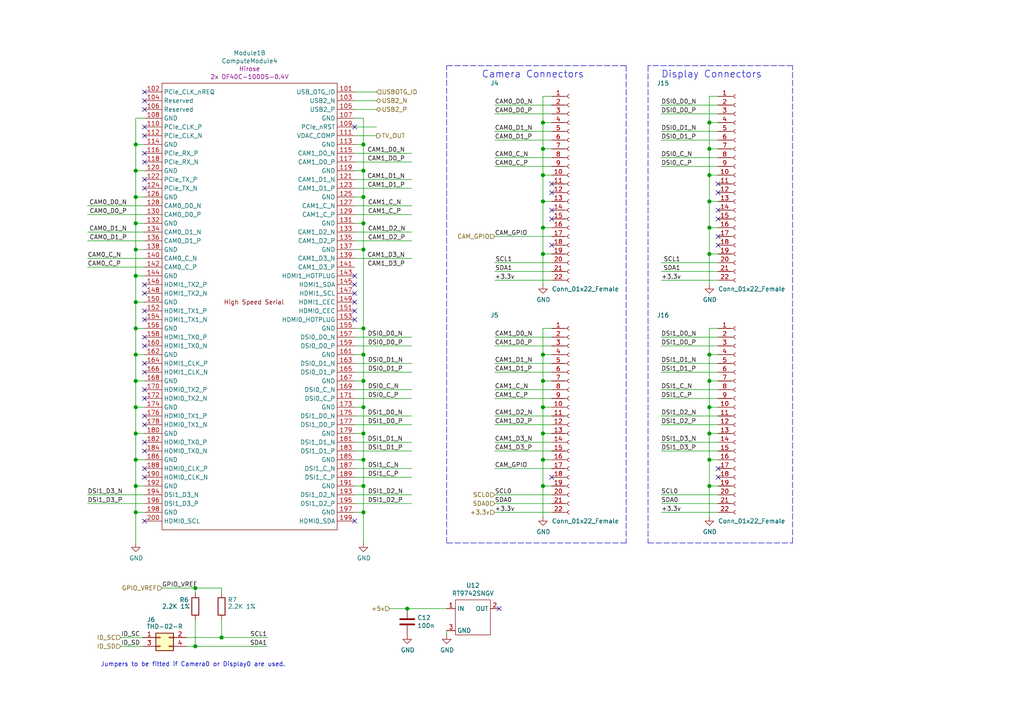
<source format=kicad_sch>
(kicad_sch (version 20231120) (generator "eeschema") (generator_version "8.0")
  (paper "A4")
  (title_block (title "Compute Module 4 IO Board - CM4 - Highspeed") (rev "1") (company "© 2020-2022 Raspberry Pi Ltd (formerly Raspberry Pi (Trading) Ltd.)") (comment 1 "www.raspberrypi.com"))
  (lib_symbols
    (symbol "CM4IO:ComputeModule4-CM4"
      (property "Reference" "Module" (at 113.03 -68.58 0))
      (property "Value" "ComputeModule4-CM4" (at 140.97 2.54 0))
      (property "Field4" "Hirose" (at 0 0 0))
      (property "Field5" "2x DF40C-100DS-0.4V" (at 0 -2.54 0))
      (symbol "ComputeModule4-CM4_1_0"
        (text "GPIO" (at 0 6.35 0) (effects (font (size 1.27 1.27))))
      )
      (symbol "ComputeModule4-CM4_1_1"
        (rectangle (start -30.48 -71.12) (end 25.4 58.42))
        (text "600mA Max" (at -8.89 -53.34 0) (effects (font (size 1.27 1.27))))
        (text "600mA Max" (at -8.89 -48.26 0) (effects (font (size 1.27 1.27))))
        (text "NB SD signals are only available" (at -1.27 -27.94 0) (effects (font (size 1.27 1.27))))
        (text "on modules without eMMC" (at -1.27 -30.48 0) (effects (font (size 1.27 1.27))))
        (pin power_in line (at 27.94 55.88 180) (length 2.54) (name "GND") (number "1"))
        (pin passive line (at -33.02 45.72 0) (length 2.54) (name "Ethernet_Pair0_N") (number "10"))
        (pin output line (at -33.02 -68.58 0) (length 2.54) (name "nEXTRST") (number "100"))
        (pin passive line (at 27.94 43.18 180) (length 2.54) (name "Ethernet_Pair2_P") (number "11"))
        (pin passive line (at -33.02 43.18 0) (length 2.54) (name "Ethernet_Pair0_P") (number "12"))
        (pin power_in line (at 27.94 40.64 180) (length 2.54) (name "GND") (number "13"))
        (pin power_in line (at -33.02 40.64 0) (length 2.54) (name "GND") (number "14"))
        (pin output line (at 27.94 38.1 180) (length 2.54) (name "Ethernet_nLED3(3.3v)") (number "15"))
        (pin input line (at -33.02 38.1 0) (length 2.54) (name "Ethernet_SYNC_IN(1.8v)") (number "16"))
        (pin output line (at 27.94 35.56 180) (length 2.54) (name "Ethernet_nLED2(3.3v)") (number "17"))
        (pin input line (at -33.02 35.56 0) (length 2.54) (name "Ethernet_SYNC_OUT(1.8v)") (number "18"))
        (pin output line (at 27.94 33.02 180) (length 2.54) (name "Ethernet_nLED1(3.3v)") (number "19"))
        (pin power_in line (at -33.02 55.88 0) (length 2.54) (name "GND") (number "2"))
        (pin passive line (at -33.02 33.02 0) (length 2.54) (name "EEPROM_nWP") (number "20"))
        (pin open_collector line (at 27.94 30.48 180) (length 2.54) (name "PI_nLED_Activity") (number "21"))
        (pin power_in line (at -33.02 30.48 0) (length 2.54) (name "GND") (number "22"))
        (pin power_in line (at 27.94 27.94 180) (length 2.54) (name "GND") (number "23"))
        (pin passive line (at -33.02 27.94 0) (length 2.54) (name "GPIO26") (number "24"))
        (pin passive line (at 27.94 25.4 180) (length 2.54) (name "GPIO21") (number "25"))
        (pin passive line (at -33.02 25.4 0) (length 2.54) (name "GPIO19") (number "26"))
        (pin passive line (at 27.94 22.86 180) (length 2.54) (name "GPIO20") (number "27"))
        (pin passive line (at -33.02 22.86 0) (length 2.54) (name "GPIO13") (number "28"))
        (pin passive line (at 27.94 20.32 180) (length 2.54) (name "GPIO16") (number "29"))
        (pin passive line (at 27.94 53.34 180) (length 2.54) (name "Ethernet_Pair3_P") (number "3"))
        (pin passive line (at -33.02 20.32 0) (length 2.54) (name "GPIO6") (number "30"))
        (pin passive line (at 27.94 17.78 180) (length 2.54) (name "GPIO12") (number "31"))
        (pin power_in line (at -33.02 17.78 0) (length 2.54) (name "GND") (number "32"))
        (pin power_in line (at 27.94 15.24 180) (length 2.54) (name "GND") (number "33"))
        (pin passive line (at -33.02 15.24 0) (length 2.54) (name "GPIO5") (number "34"))
        (pin passive line (at 27.94 12.7 180) (length 2.54) (name "ID_SC") (number "35"))
        (pin passive line (at -33.02 12.7 0) (length 2.54) (name "ID_SD") (number "36"))
        (pin passive line (at 27.94 10.16 180) (length 2.54) (name "GPIO7") (number "37"))
        (pin passive line (at -33.02 10.16 0) (length 2.54) (name "GPIO11") (number "38"))
        (pin passive line (at 27.94 7.62 180) (length 2.54) (name "GPIO8") (number "39"))
        (pin passive line (at -33.02 53.34 0) (length 2.54) (name "Ethernet_Pair1_P") (number "4"))
        (pin passive line (at -33.02 7.62 0) (length 2.54) (name "GPIO9") (number "40"))
        (pin passive line (at 27.94 5.08 180) (length 2.54) (name "GPIO25") (number "41"))
        (pin power_in line (at -33.02 5.08 0) (length 2.54) (name "GND") (number "42"))
        (pin power_in line (at 27.94 2.54 180) (length 2.54) (name "GND") (number "43"))
        (pin passive line (at -33.02 2.54 0) (length 2.54) (name "GPIO10") (number "44"))
        (pin passive line (at 27.94 0 180) (length 2.54) (name "GPIO24") (number "45"))
        (pin passive line (at -33.02 0 0) (length 2.54) (name "GPIO22") (number "46"))
        (pin passive line (at 27.94 -2.54 180) (length 2.54) (name "GPIO23") (number "47"))
        (pin passive line (at -33.02 -2.54 0) (length 2.54) (name "GPIO27") (number "48"))
        (pin passive line (at 27.94 -5.08 180) (length 2.54) (name "GPIO18") (number "49"))
        (pin passive line (at 27.94 50.8 180) (length 2.54) (name "Ethernet_Pair3_N") (number "5"))
        (pin passive line (at -33.02 -5.08 0) (length 2.54) (name "GPIO17") (number "50"))
        (pin passive line (at 27.94 -7.62 180) (length 2.54) (name "GPIO15") (number "51"))
        (pin power_in line (at -33.02 -7.62 0) (length 2.54) (name "GND") (number "52"))
        (pin power_in line (at 27.94 -10.16 180) (length 2.54) (name "GND") (number "53"))
        (pin passive line (at -33.02 -10.16 0) (length 2.54) (name "GPIO4") (number "54"))
        (pin passive line (at 27.94 -12.7 180) (length 2.54) (name "GPIO14") (number "55"))
        (pin passive line (at -33.02 -12.7 0) (length 2.54) (name "GPIO3") (number "56"))
        (pin passive line (at 27.94 -15.24 180) (length 2.54) (name "SD_CLK") (number "57"))
        (pin passive line (at -33.02 -15.24 0) (length 2.54) (name "GPIO2") (number "58"))
        (pin power_in line (at 27.94 -17.78 180) (length 2.54) (name "GND") (number "59"))
        (pin passive line (at -33.02 50.8 0) (length 2.54) (name "Ethernet_Pair1_N") (number "6"))
        (pin power_in line (at -33.02 -17.78 0) (length 2.54) (name "GND") (number "60"))
        (pin passive line (at 27.94 -20.32 180) (length 2.54) (name "SD_DAT3") (number "61"))
        (pin passive line (at -33.02 -20.32 0) (length 2.54) (name "SD_CMD") (number "62"))
        (pin passive line (at 27.94 -22.86 180) (length 2.54) (name "SD_DAT0") (number "63"))
        (pin passive line (at -33.02 -22.86 0) (length 2.54) (name "SD_DAT5") (number "64"))
        (pin power_in line (at 27.94 -25.4 180) (length 2.54) (name "GND") (number "65"))
        (pin power_in line (at -33.02 -25.4 0) (length 2.54) (name "GND") (number "66"))
        (pin passive line (at 27.94 -27.94 180) (length 2.54) (name "SD_DAT1") (number "67"))
        (pin passive line (at -33.02 -27.94 0) (length 2.54) (name "SD_DAT4") (number "68"))
        (pin passive line (at 27.94 -30.48 180) (length 2.54) (name "SD_DAT2") (number "69"))
        (pin power_in line (at 27.94 48.26 180) (length 2.54) (name "GND") (number "7"))
        (pin passive line (at -33.02 -30.48 0) (length 2.54) (name "SD_DAT7") (number "70"))
        (pin power_in line (at 27.94 -33.02 180) (length 2.54) (name "GND") (number "71"))
        (pin passive line (at -33.02 -33.02 0) (length 2.54) (name "SD_DAT6") (number "72"))
        (pin input line (at 27.94 -35.56 180) (length 2.54) (name "SD_VDD_Override") (number "73"))
        (pin power_in line (at -33.02 -35.56 0) (length 2.54) (name "GND") (number "74"))
        (pin output line (at 27.94 -38.1 180) (length 2.54) (name "SD_PWR_ON") (number "75"))
        (pin passive line (at -33.02 -38.1 0) (length 2.54) (name "Reserved") (number "76"))
        (pin power_in line (at 27.94 -40.64 180) (length 2.54) (name "+5v_(Input)") (number "77"))
        (pin power_in line (at -33.02 -40.64 0) (length 2.54) (name "GPIO_VREF(1.8v/3.3v_Input)") (number "78"))
        (pin power_in line (at 27.94 -43.18 180) (length 2.54) (name "+5v_(Input)") (number "79"))
        (pin power_in line (at -33.02 48.26 0) (length 2.54) (name "GND") (number "8"))
        (pin passive line (at -33.02 -43.18 0) (length 2.54) (name "SCL0") (number "80"))
        (pin power_in line (at 27.94 -45.72 180) (length 2.54) (name "+5v_(Input)") (number "81"))
        (pin passive line (at -33.02 -45.72 0) (length 2.54) (name "SDA0") (number "82"))
        (pin power_in line (at 27.94 -48.26 180) (length 2.54) (name "+5v_(Input)") (number "83"))
        (pin power_out line (at -33.02 -48.26 0) (length 2.54) (name "+3.3v_(Output)") (number "84"))
        (pin power_in line (at 27.94 -50.8 180) (length 2.54) (name "+5v_(Input)") (number "85"))
        (pin power_out line (at -33.02 -50.8 0) (length 2.54) (name "+3.3v_(Output)") (number "86"))
        (pin power_in line (at 27.94 -53.34 180) (length 2.54) (name "+5v_(Input)") (number "87"))
        (pin power_out line (at -33.02 -53.34 0) (length 2.54) (name "+1.8v_(Output)") (number "88"))
        (pin power_in line (at 27.94 -55.88 180) (length 2.54) (name "WiFi_nDisable") (number "89"))
        (pin passive line (at 27.94 45.72 180) (length 2.54) (name "Ethernet_Pair2_N") (number "9"))
        (pin power_out line (at -33.02 -55.88 0) (length 2.54) (name "+1.8v_(Output)") (number "90"))
        (pin power_in line (at 27.94 -58.42 180) (length 2.54) (name "BT_nDisable") (number "91"))
        (pin passive line (at -33.02 -58.42 0) (length 2.54) (name "RUN_PG") (number "92"))
        (pin input line (at 27.94 -60.96 180) (length 2.54) (name "nRPIBOOT") (number "93"))
        (pin passive line (at -33.02 -60.96 0) (length 2.54) (name "AnalogIP1") (number "94"))
        (pin output line (at 27.94 -63.5 180) (length 2.54) (name "nPI_LED_PWR") (number "95"))
        (pin passive line (at -33.02 -63.5 0) (length 2.54) (name "AnalogIP0") (number "96"))
        (pin passive line (at 27.94 -66.04 180) (length 2.54) (name "Camera_GPIO") (number "97"))
        (pin power_in line (at -33.02 -66.04 0) (length 2.54) (name "GND") (number "98"))
        (pin input line (at 27.94 -68.58 180) (length 2.54) (name "Global_EN") (number "99"))
      )
      (symbol "ComputeModule4-CM4_2_1"
        (rectangle (start 114.3 -66.04) (end 165.1 63.5))
        (text "High Speed Serial" (at 140.97 0 0) (effects (font (size 1.27 1.27))))
        (pin input line (at 170.18 60.96 180) (length 5.08) (name "USB_OTG_ID") (number "101"))
        (pin input line (at 109.22 60.96 0) (length 5.08) (name "PCIe_CLK_nREQ") (number "102"))
        (pin passive line (at 170.18 58.42 180) (length 5.08) (name "USB2_N") (number "103"))
        (pin passive line (at 109.22 58.42 0) (length 5.08) (name "Reserved") (number "104"))
        (pin passive line (at 170.18 55.88 180) (length 5.08) (name "USB2_P") (number "105"))
        (pin passive line (at 109.22 55.88 0) (length 5.08) (name "Reserved") (number "106"))
        (pin power_in line (at 170.18 53.34 180) (length 5.08) (name "GND") (number "107"))
        (pin power_in line (at 109.22 53.34 0) (length 5.08) (name "GND") (number "108"))
        (pin bidirectional line (at 170.18 50.8 180) (length 5.08) (name "PCIe_nRST") (number "109"))
        (pin output line (at 109.22 50.8 0) (length 5.08) (name "PCIe_CLK_P") (number "110"))
        (pin passive line (at 170.18 48.26 180) (length 5.08) (name "VDAC_COMP") (number "111"))
        (pin output line (at 109.22 48.26 0) (length 5.08) (name "PCIe_CLK_N") (number "112"))
        (pin power_in line (at 170.18 45.72 180) (length 5.08) (name "GND") (number "113"))
        (pin power_in line (at 109.22 45.72 0) (length 5.08) (name "GND") (number "114"))
        (pin input line (at 170.18 43.18 180) (length 5.08) (name "CAM1_D0_N") (number "115"))
        (pin input line (at 109.22 43.18 0) (length 5.08) (name "PCIe_RX_P") (number "116"))
        (pin input line (at 170.18 40.64 180) (length 5.08) (name "CAM1_D0_P") (number "117"))
        (pin input line (at 109.22 40.64 0) (length 5.08) (name "PCIe_RX_N") (number "118"))
        (pin power_in line (at 170.18 38.1 180) (length 5.08) (name "GND") (number "119"))
        (pin power_in line (at 109.22 38.1 0) (length 5.08) (name "GND") (number "120"))
        (pin input line (at 170.18 35.56 180) (length 5.08) (name "CAM1_D1_N") (number "121"))
        (pin output line (at 109.22 35.56 0) (length 5.08) (name "PCIe_TX_P") (number "122"))
        (pin input line (at 170.18 33.02 180) (length 5.08) (name "CAM1_D1_P") (number "123"))
        (pin output line (at 109.22 33.02 0) (length 5.08) (name "PCIe_TX_N") (number "124"))
        (pin power_in line (at 170.18 30.48 180) (length 5.08) (name "GND") (number "125"))
        (pin power_in line (at 109.22 30.48 0) (length 5.08) (name "GND") (number "126"))
        (pin input line (at 170.18 27.94 180) (length 5.08) (name "CAM1_C_N") (number "127"))
        (pin input line (at 109.22 27.94 0) (length 5.08) (name "CAM0_D0_N") (number "128"))
        (pin input line (at 170.18 25.4 180) (length 5.08) (name "CAM1_C_P") (number "129"))
        (pin input line (at 109.22 25.4 0) (length 5.08) (name "CAM0_D0_P") (number "130"))
        (pin power_in line (at 170.18 22.86 180) (length 5.08) (name "GND") (number "131"))
        (pin power_in line (at 109.22 22.86 0) (length 5.08) (name "GND") (number "132"))
        (pin input line (at 170.18 20.32 180) (length 5.08) (name "CAM1_D2_N") (number "133"))
        (pin input line (at 109.22 20.32 0) (length 5.08) (name "CAM0_D1_N") (number "134"))
        (pin input line (at 170.18 17.78 180) (length 5.08) (name "CAM1_D2_P") (number "135"))
        (pin input line (at 109.22 17.78 0) (length 5.08) (name "CAM0_D1_P") (number "136"))
        (pin power_in line (at 170.18 15.24 180) (length 5.08) (name "GND") (number "137"))
        (pin power_in line (at 109.22 15.24 0) (length 5.08) (name "GND") (number "138"))
        (pin input line (at 170.18 12.7 180) (length 5.08) (name "CAM1_D3_N") (number "139"))
        (pin input line (at 109.22 12.7 0) (length 5.08) (name "CAM0_C_N") (number "140"))
        (pin input line (at 170.18 10.16 180) (length 5.08) (name "CAM1_D3_P") (number "141"))
        (pin input line (at 109.22 10.16 0) (length 5.08) (name "CAM0_C_P") (number "142"))
        (pin input line (at 170.18 7.62 180) (length 5.08) (name "HDMI1_HOTPLUG") (number "143"))
        (pin power_in line (at 109.22 7.62 0) (length 5.08) (name "GND") (number "144"))
        (pin bidirectional line (at 170.18 5.08 180) (length 5.08) (name "HDMI1_SDA") (number "145"))
        (pin output line (at 109.22 5.08 0) (length 5.08) (name "HDMI1_TX2_P") (number "146"))
        (pin open_collector line (at 170.18 2.54 180) (length 5.08) (name "HDMI1_SCL") (number "147"))
        (pin output line (at 109.22 2.54 0) (length 5.08) (name "HDMI1_TX2_N") (number "148"))
        (pin open_collector line (at 170.18 0 180) (length 5.08) (name "HDMI1_CEC") (number "149"))
        (pin power_in line (at 109.22 0 0) (length 5.08) (name "GND") (number "150"))
        (pin open_collector line (at 170.18 -2.54 180) (length 5.08) (name "HDMI0_CEC") (number "151"))
        (pin output line (at 109.22 -2.54 0) (length 5.08) (name "HDMI1_TX1_P") (number "152"))
        (pin input line (at 170.18 -5.08 180) (length 5.08) (name "HDMI0_HOTPLUG") (number "153"))
        (pin output line (at 109.22 -5.08 0) (length 5.08) (name "HDMI1_TX1_N") (number "154"))
        (pin power_in line (at 170.18 -7.62 180) (length 5.08) (name "GND") (number "155"))
        (pin power_in line (at 109.22 -7.62 0) (length 5.08) (name "GND") (number "156"))
        (pin output line (at 170.18 -10.16 180) (length 5.08) (name "DSI0_D0_N") (number "157"))
        (pin output line (at 109.22 -10.16 0) (length 5.08) (name "HDMI1_TX0_P") (number "158"))
        (pin output line (at 170.18 -12.7 180) (length 5.08) (name "DSI0_D0_P") (number "159"))
        (pin output line (at 109.22 -12.7 0) (length 5.08) (name "HDMI1_TX0_N") (number "160"))
        (pin power_in line (at 170.18 -15.24 180) (length 5.08) (name "GND") (number "161"))
        (pin power_in line (at 109.22 -15.24 0) (length 5.08) (name "GND") (number "162"))
        (pin output line (at 170.18 -17.78 180) (length 5.08) (name "DSI0_D1_N") (number "163"))
        (pin output line (at 109.22 -17.78 0) (length 5.08) (name "HDMI1_CLK_P") (number "164"))
        (pin output line (at 170.18 -20.32 180) (length 5.08) (name "DSI0_D1_P") (number "165"))
        (pin output line (at 109.22 -20.32 0) (length 5.08) (name "HDMI1_CLK_N") (number "166"))
        (pin power_in line (at 170.18 -22.86 180) (length 5.08) (name "GND") (number "167"))
        (pin power_in line (at 109.22 -22.86 0) (length 5.08) (name "GND") (number "168"))
        (pin output line (at 170.18 -25.4 180) (length 5.08) (name "DSI0_C_N") (number "169"))
        (pin output line (at 109.22 -25.4 0) (length 5.08) (name "HDMI0_TX2_P") (number "170"))
        (pin output line (at 170.18 -27.94 180) (length 5.08) (name "DSI0_C_P") (number "171"))
        (pin output line (at 109.22 -27.94 0) (length 5.08) (name "HDMI0_TX2_N") (number "172"))
        (pin power_in line (at 170.18 -30.48 180) (length 5.08) (name "GND") (number "173"))
        (pin power_in line (at 109.22 -30.48 0) (length 5.08) (name "GND") (number "174"))
        (pin output line (at 170.18 -33.02 180) (length 5.08) (name "DSI1_D0_N") (number "175"))
        (pin output line (at 109.22 -33.02 0) (length 5.08) (name "HDMI0_TX1_P") (number "176"))
        (pin output line (at 170.18 -35.56 180) (length 5.08) (name "DSI1_D0_P") (number "177"))
        (pin output line (at 109.22 -35.56 0) (length 5.08) (name "HDMI0_TX1_N") (number "178"))
        (pin power_in line (at 170.18 -38.1 180) (length 5.08) (name "GND") (number "179"))
        (pin power_in line (at 109.22 -38.1 0) (length 5.08) (name "GND") (number "180"))
        (pin output line (at 170.18 -40.64 180) (length 5.08) (name "DSI1_D1_N") (number "181"))
        (pin output line (at 109.22 -40.64 0) (length 5.08) (name "HDMI0_TX0_P") (number "182"))
        (pin output line (at 170.18 -43.18 180) (length 5.08) (name "DSI1_D1_P") (number "183"))
        (pin output line (at 109.22 -43.18 0) (length 5.08) (name "HDMI0_TX0_N") (number "184"))
        (pin power_in line (at 170.18 -45.72 180) (length 5.08) (name "GND") (number "185"))
        (pin power_in line (at 109.22 -45.72 0) (length 5.08) (name "GND") (number "186"))
        (pin output line (at 170.18 -48.26 180) (length 5.08) (name "DSI1_C_N") (number "187"))
        (pin output line (at 109.22 -48.26 0) (length 5.08) (name "HDMI0_CLK_P") (number "188"))
        (pin output line (at 170.18 -50.8 180) (length 5.08) (name "DSI1_C_P") (number "189"))
        (pin output line (at 109.22 -50.8 0) (length 5.08) (name "HDMI0_CLK_N") (number "190"))
        (pin power_in line (at 170.18 -53.34 180) (length 5.08) (name "GND") (number "191"))
        (pin power_in line (at 109.22 -53.34 0) (length 5.08) (name "GND") (number "192"))
        (pin output line (at 170.18 -55.88 180) (length 5.08) (name "DSI1_D2_N") (number "193"))
        (pin output line (at 109.22 -55.88 0) (length 5.08) (name "DSI1_D3_N") (number "194"))
        (pin output line (at 170.18 -58.42 180) (length 5.08) (name "DSI1_D2_P") (number "195"))
        (pin output line (at 109.22 -58.42 0) (length 5.08) (name "DSI1_D3_P") (number "196"))
        (pin power_in line (at 170.18 -60.96 180) (length 5.08) (name "GND") (number "197"))
        (pin power_in line (at 109.22 -60.96 0) (length 5.08) (name "GND") (number "198"))
        (pin bidirectional line (at 170.18 -63.5 180) (length 5.08) (name "HDMI0_SDA") (number "199"))
        (pin open_collector line (at 109.22 -63.5 0) (length 5.08) (name "HDMI0_SCL") (number "200"))
      )
    )
    (symbol "CM4IO:RT9742SNGV"
      (property "Reference" "U12" (at 2.54 10.541 0))
      (property "Value" "RT9742SNGV" (at 2.54 8.2296 0))
      (symbol "RT9742SNGV_0_1"
        (rectangle (start -2.54 6.35) (end 7.62 -3.81))
      )
      (symbol "RT9742SNGV_1_1"
        (pin power_in line (at -5.08 3.81 0) (length 2.54) (name "IN") (number "1"))
        (pin output line (at 10.16 3.81 180) (length 2.54) (name "OUT") (number "2"))
        (pin power_in line (at -5.08 -2.54 0) (length 2.54) (name "GND") (number "3"))
      )
    )
    (symbol "Connector:Conn_01x22_Female" (pin_names hide)
      (property "Reference" "J" (at 0 27.94 0))
      (property "Value" "Conn_01x22_Female" (at 0 -30.48 0))
      (symbol "Conn_01x22_Female_1_1"
        (arc (start 0 -27.432) (mid -0.5058 -27.94) (end 0 -28.448))
        (arc (start 0 -24.892) (mid -0.5058 -25.4) (end 0 -25.908))
        (arc (start 0 -22.352) (mid -0.5058 -22.86) (end 0 -23.368))
        (arc (start 0 -19.812) (mid -0.5058 -20.32) (end 0 -20.828))
        (arc (start 0 -17.272) (mid -0.5058 -17.78) (end 0 -18.288))
        (arc (start 0 -14.732) (mid -0.5058 -15.24) (end 0 -15.748))
        (arc (start 0 -12.192) (mid -0.5058 -12.7) (end 0 -13.208))
        (arc (start 0 -9.652) (mid -0.5058 -10.16) (end 0 -10.668))
        (arc (start 0 -7.112) (mid -0.5058 -7.62) (end 0 -8.128))
        (arc (start 0 -4.572) (mid -0.5058 -5.08) (end 0 -5.588))
        (arc (start 0 -2.032) (mid -0.5058 -2.54) (end 0 -3.048))
        (polyline (pts (xy -1.27 -27.94) (xy -0.508 -27.94)))
        (polyline (pts (xy -1.27 -25.4) (xy -0.508 -25.4)))
        (polyline (pts (xy -1.27 -22.86) (xy -0.508 -22.86)))
        (polyline (pts (xy -1.27 -20.32) (xy -0.508 -20.32)))
        (polyline (pts (xy -1.27 -17.78) (xy -0.508 -17.78)))
        (polyline (pts (xy -1.27 -15.24) (xy -0.508 -15.24)))
        (polyline (pts (xy -1.27 -12.7) (xy -0.508 -12.7)))
        (polyline (pts (xy -1.27 -10.16) (xy -0.508 -10.16)))
        (polyline (pts (xy -1.27 -7.62) (xy -0.508 -7.62)))
        (polyline (pts (xy -1.27 -5.08) (xy -0.508 -5.08)))
        (polyline (pts (xy -1.27 -2.54) (xy -0.508 -2.54)))
        (polyline (pts (xy -1.27 0) (xy -0.508 0)))
        (polyline (pts (xy -1.27 2.54) (xy -0.508 2.54)))
        (polyline (pts (xy -1.27 5.08) (xy -0.508 5.08)))
        (polyline (pts (xy -1.27 7.62) (xy -0.508 7.62)))
        (polyline (pts (xy -1.27 10.16) (xy -0.508 10.16)))
        (polyline (pts (xy -1.27 12.7) (xy -0.508 12.7)))
        (polyline (pts (xy -1.27 15.24) (xy -0.508 15.24)))
        (polyline (pts (xy -1.27 17.78) (xy -0.508 17.78)))
        (polyline (pts (xy -1.27 20.32) (xy -0.508 20.32)))
        (polyline (pts (xy -1.27 22.86) (xy -0.508 22.86)))
        (polyline (pts (xy -1.27 25.4) (xy -0.508 25.4)))
        (arc (start 0 0.508) (mid -0.5058 0) (end 0 -0.508))
        (arc (start 0 3.048) (mid -0.5058 2.54) (end 0 2.032))
        (arc (start 0 5.588) (mid -0.5058 5.08) (end 0 4.572))
        (arc (start 0 8.128) (mid -0.5058 7.62) (end 0 7.112))
        (arc (start 0 10.668) (mid -0.5058 10.16) (end 0 9.652))
        (arc (start 0 13.208) (mid -0.5058 12.7) (end 0 12.192))
        (arc (start 0 15.748) (mid -0.5058 15.24) (end 0 14.732))
        (arc (start 0 18.288) (mid -0.5058 17.78) (end 0 17.272))
        (arc (start 0 20.828) (mid -0.5058 20.32) (end 0 19.812))
        (arc (start 0 23.368) (mid -0.5058 22.86) (end 0 22.352))
        (arc (start 0 25.908) (mid -0.5058 25.4) (end 0 24.892))
        (pin passive line (at -5.08 25.4 0) (length 3.81) (name "Pin_1") (number "1"))
        (pin passive line (at -5.08 2.54 0) (length 3.81) (name "Pin_10") (number "10"))
        (pin passive line (at -5.08 0 0) (length 3.81) (name "Pin_11") (number "11"))
        (pin passive line (at -5.08 -2.54 0) (length 3.81) (name "Pin_12") (number "12"))
        (pin passive line (at -5.08 -5.08 0) (length 3.81) (name "Pin_13") (number "13"))
        (pin passive line (at -5.08 -7.62 0) (length 3.81) (name "Pin_14") (number "14"))
        (pin passive line (at -5.08 -10.16 0) (length 3.81) (name "Pin_15") (number "15"))
        (pin passive line (at -5.08 -12.7 0) (length 3.81) (name "Pin_16") (number "16"))
        (pin passive line (at -5.08 -15.24 0) (length 3.81) (name "Pin_17") (number "17"))
        (pin passive line (at -5.08 -17.78 0) (length 3.81) (name "Pin_18") (number "18"))
        (pin passive line (at -5.08 -20.32 0) (length 3.81) (name "Pin_19") (number "19"))
        (pin passive line (at -5.08 22.86 0) (length 3.81) (name "Pin_2") (number "2"))
        (pin passive line (at -5.08 -22.86 0) (length 3.81) (name "Pin_20") (number "20"))
        (pin passive line (at -5.08 -25.4 0) (length 3.81) (name "Pin_21") (number "21"))
        (pin passive line (at -5.08 -27.94 0) (length 3.81) (name "Pin_22") (number "22"))
        (pin passive line (at -5.08 20.32 0) (length 3.81) (name "Pin_3") (number "3"))
        (pin passive line (at -5.08 17.78 0) (length 3.81) (name "Pin_4") (number "4"))
        (pin passive line (at -5.08 15.24 0) (length 3.81) (name "Pin_5") (number "5"))
        (pin passive line (at -5.08 12.7 0) (length 3.81) (name "Pin_6") (number "6"))
        (pin passive line (at -5.08 10.16 0) (length 3.81) (name "Pin_7") (number "7"))
        (pin passive line (at -5.08 7.62 0) (length 3.81) (name "Pin_8") (number "8"))
        (pin passive line (at -5.08 5.08 0) (length 3.81) (name "Pin_9") (number "9"))
      )
    )
    (symbol "Connector_Generic:Conn_02x02_Odd_Even" (pin_names hide)
      (property "Reference" "J" (at 1.27 2.54 0))
      (property "Value" "Conn_02x02_Odd_Even" (at 1.27 -5.08 0))
      (symbol "Conn_02x02_Odd_Even_1_1"
        (rectangle (start -1.27 -2.413) (end 0 -2.667))
        (rectangle (start -1.27 0.127) (end 0 -0.127))
        (rectangle (start -1.27 1.27) (end 3.81 -3.81) (stroke (width 0.254)) (fill (type background)))
        (rectangle (start 3.81 -2.413) (end 2.54 -2.667))
        (rectangle (start 3.81 0.127) (end 2.54 -0.127))
        (pin passive line (at -5.08 0 0) (length 3.81) (name "Pin_1") (number "1"))
        (pin passive line (at 7.62 0 180) (length 3.81) (name "Pin_2") (number "2"))
        (pin passive line (at -5.08 -2.54 0) (length 3.81) (name "Pin_3") (number "3"))
        (pin passive line (at 7.62 -2.54 180) (length 3.81) (name "Pin_4") (number "4"))
      )
    )
    (symbol "Device:C" (pin_numbers hide) (pin_names (offset 0.254))
      (property "Reference" "C" (at 0.635 2.54 0))
      (property "Value" "C" (at 0.635 -2.54 0))
      (symbol "C_0_1"
        (polyline (pts (xy -2.032 -0.762) (xy 2.032 -0.762)) (stroke (width 0.508)))
        (polyline (pts (xy -2.032 0.762) (xy 2.032 0.762)) (stroke (width 0.508)))
      )
      (symbol "C_1_1"
        (pin passive line (at 0 3.81 270) (length 2.794) (name "~") (number "1"))
        (pin passive line (at 0 -3.81 90) (length 2.794) (name "~") (number "2"))
      )
    )
    (symbol "Device:R" (pin_numbers hide) (pin_names (offset 0))
      (property "Reference" "R" (at 2.032 0 90))
      (property "Value" "R" (at 0 0 90))
      (symbol "R_0_1"
        (rectangle (start -1.016 -2.54) (end 1.016 2.54) (stroke (width 0.254)))
      )
      (symbol "R_1_1"
        (pin passive line (at 0 3.81 270) (length 1.27) (name "~") (number "1"))
        (pin passive line (at 0 -3.81 90) (length 1.27) (name "~") (number "2"))
      )
    )
    (symbol "power:GND" (power) (pin_names (offset 0))
      (property "Value" "GND" (at 0 -3.81 0))
      (symbol "GND_0_1"
        (polyline (pts (xy 0 0) (xy 0 -1.27) (xy 1.27 -1.27) (xy 0 -2.54) (xy -1.27 -1.27) (xy 0 -1.27)))
      )
      (symbol "GND_1_1"
        (pin power_in line (at 0 0 270) (length 0) hide (name "GND") (number "1"))
      )
    )
  )
  (junction (at 56.642 187.452) (diameter 1.016))
  (junction (at 105.41 110.49) (diameter 1.016))
  (junction (at 157.48 125.73) (diameter 1.016))
  (junction (at 105.41 49.53) (diameter 1.016))
  (junction (at 39.37 72.39) (diameter 1.016))
  (junction (at 105.41 140.97) (diameter 1.016))
  (junction (at 205.74 140.97) (diameter 1.016))
  (junction (at 39.37 57.15) (diameter 1.016))
  (junction (at 205.74 118.11) (diameter 1.016))
  (junction (at 39.37 110.49) (diameter 1.016))
  (junction (at 105.41 41.91) (diameter 1.016))
  (junction (at 39.37 49.53) (diameter 1.016))
  (junction (at 105.41 57.15) (diameter 1.016))
  (junction (at 205.74 125.73) (diameter 1.016))
  (junction (at 105.41 133.35) (diameter 1.016))
  (junction (at 157.48 102.87) (diameter 1.016))
  (junction (at 39.37 140.97) (diameter 1.016))
  (junction (at 157.48 110.49) (diameter 1.016))
  (junction (at 205.74 43.18) (diameter 1.016))
  (junction (at 105.41 64.77) (diameter 1.016))
  (junction (at 39.37 87.63) (diameter 1.016))
  (junction (at 205.74 66.04) (diameter 1.016))
  (junction (at 105.41 148.59) (diameter 1.016))
  (junction (at 157.48 35.56) (diameter 1.016))
  (junction (at 157.48 43.18) (diameter 1.016))
  (junction (at 205.74 35.56) (diameter 1.016))
  (junction (at 157.48 118.11) (diameter 1.016))
  (junction (at 39.37 118.11) (diameter 1.016))
  (junction (at 56.642 170.561) (diameter 1.016))
  (junction (at 205.74 58.42) (diameter 1.016))
  (junction (at 157.48 58.42) (diameter 1.016))
  (junction (at 105.41 102.87) (diameter 1.016))
  (junction (at 39.37 148.59) (diameter 1.016))
  (junction (at 157.48 133.35) (diameter 1.016))
  (junction (at 105.41 118.11) (diameter 1.016))
  (junction (at 205.74 133.35) (diameter 1.016))
  (junction (at 118.11 176.53) (diameter 1.016))
  (junction (at 39.37 64.77) (diameter 1.016))
  (junction (at 205.74 50.8) (diameter 1.016))
  (junction (at 64.262 184.912) (diameter 1.016))
  (junction (at 157.48 66.04) (diameter 1.016))
  (junction (at 39.37 125.73) (diameter 1.016))
  (junction (at 205.74 110.49) (diameter 1.016))
  (junction (at 205.74 73.66) (diameter 1.016))
  (junction (at 39.37 133.35) (diameter 1.016))
  (junction (at 105.41 95.25) (diameter 1.016))
  (junction (at 39.37 41.91) (diameter 1.016))
  (junction (at 105.41 72.39) (diameter 1.016))
  (junction (at 39.37 80.01) (diameter 1.016))
  (junction (at 157.48 73.66) (diameter 1.016))
  (junction (at 39.37 102.87) (diameter 1.016))
  (junction (at 39.37 95.25) (diameter 1.016))
  (junction (at 157.48 50.8) (diameter 1.016))
  (junction (at 105.41 125.73) (diameter 1.016))
  (junction (at 157.48 140.97) (diameter 1.016))
  (junction (at 205.74 102.87) (diameter 1.016))
  (no_connect (at 41.91 52.07))
  (no_connect (at 144.78 176.53))
  (no_connect (at 41.91 113.03))
  (no_connect (at 41.91 90.17))
  (no_connect (at 41.91 46.99))
  (no_connect (at 208.28 55.88))
  (no_connect (at 41.91 138.43))
  (no_connect (at 208.28 60.96))
  (no_connect (at 41.91 128.27))
  (no_connect (at 41.91 44.45))
  (no_connect (at 208.28 138.43))
  (no_connect (at 102.87 36.83))
  (no_connect (at 41.91 105.41))
  (no_connect (at 160.02 71.12))
  (no_connect (at 41.91 39.37))
  (no_connect (at 208.28 135.89))
  (no_connect (at 102.87 85.09))
  (no_connect (at 41.91 31.75))
  (no_connect (at 160.02 138.43))
  (no_connect (at 41.91 135.89))
  (no_connect (at 160.02 53.34))
  (no_connect (at 41.91 123.19))
  (no_connect (at 160.02 60.96))
  (no_connect (at 41.91 120.65))
  (no_connect (at 160.02 63.5))
  (no_connect (at 102.87 80.01))
  (no_connect (at 41.91 82.55))
  (no_connect (at 41.91 26.67))
  (no_connect (at 41.91 115.57))
  (no_connect (at 41.91 100.33))
  (no_connect (at 41.91 151.13))
  (no_connect (at 102.87 90.17))
  (no_connect (at 41.91 107.95))
  (no_connect (at 208.28 68.58))
  (no_connect (at 41.91 130.81))
  (no_connect (at 102.87 151.13))
  (no_connect (at 41.91 85.09))
  (no_connect (at 160.02 55.88))
  (no_connect (at 41.91 29.21))
  (no_connect (at 208.28 71.12))
  (no_connect (at 208.28 63.5))
  (no_connect (at 41.91 36.83))
  (no_connect (at 41.91 54.61))
  (no_connect (at 41.91 92.71))
  (no_connect (at 102.87 92.71))
  (no_connect (at 102.87 82.55))
  (no_connect (at 208.28 53.34))
  (no_connect (at 102.87 87.63))
  (no_connect (at 41.91 97.79))
  (wire (pts (xy 102.87 41.91) (xy 105.41 41.91)))
  (wire (pts (xy 35.052 184.912) (xy 41.402 184.912)))
  (wire (pts (xy 191.77 113.03) (xy 208.28 113.03)))
  (wire (pts (xy 39.37 80.01) (xy 39.37 87.63)))
  (wire (pts (xy 41.91 62.23) (xy 25.4 62.23)))
  (wire (pts (xy 39.37 41.91) (xy 41.91 41.91)))
  (wire (pts (xy 205.74 35.56) (xy 205.74 43.18)))
  (wire (pts (xy 105.41 41.91) (xy 105.41 34.29)))
  (wire (pts (xy 205.74 125.73) (xy 208.28 125.73)))
  (wire (pts (xy 157.48 110.49) (xy 160.02 110.49)))
  (wire (pts (xy 102.87 29.21) (xy 109.22 29.21)))
  (wire (pts (xy 102.87 59.69) (xy 119.38 59.69)))
  (wire (pts (xy 143.51 45.72) (xy 160.02 45.72)))
  (wire (pts (xy 102.87 113.03) (xy 119.38 113.03)))
  (wire (pts (xy 119.38 130.81) (xy 102.87 130.81)))
  (wire (pts (xy 102.87 148.59) (xy 105.41 148.59)))
  (wire (pts (xy 64.262 179.705) (xy 64.262 184.912)))
  (wire (pts (xy 105.41 64.77) (xy 105.41 57.15)))
  (wire (pts (xy 157.48 140.97) (xy 157.48 149.86)))
  (wire (pts (xy 129.54 182.88) (xy 129.54 184.15)))
  (wire (pts (xy 102.87 107.95) (xy 119.38 107.95)))
  (wire (pts (xy 102.87 67.31) (xy 119.38 67.31)))
  (wire (pts (xy 157.48 102.87) (xy 160.02 102.87)))
  (wire (pts (xy 39.37 140.97) (xy 39.37 148.59)))
  (wire (pts (xy 39.37 125.73) (xy 39.37 133.35)))
  (wire (pts (xy 191.77 105.41) (xy 208.28 105.41)))
  (wire (pts (xy 39.37 102.87) (xy 41.91 102.87)))
  (wire (pts (xy 119.38 120.65) (xy 102.87 120.65)))
  (wire (pts (xy 143.51 128.27) (xy 160.02 128.27)))
  (wire (pts (xy 205.74 102.87) (xy 205.74 110.49)))
  (wire (pts (xy 208.28 146.05) (xy 191.77 146.05)))
  (wire (pts (xy 119.38 52.07) (xy 102.87 52.07)))
  (wire (pts (xy 191.77 38.1) (xy 208.28 38.1)))
  (wire (pts (xy 35.052 187.452) (xy 41.402 187.452)))
  (wire (pts (xy 143.51 97.79) (xy 160.02 97.79)))
  (wire (pts (xy 160.02 81.28) (xy 143.51 81.28)))
  (wire (pts (xy 105.41 72.39) (xy 105.41 95.25)))
  (wire (pts (xy 191.77 128.27) (xy 208.28 128.27)))
  (wire (pts (xy 160.02 143.51) (xy 143.51 143.51)))
  (wire (pts (xy 157.48 133.35) (xy 160.02 133.35)))
  (wire (pts (xy 39.37 148.59) (xy 39.37 157.48)))
  (wire (pts (xy 143.51 123.19) (xy 160.02 123.19)))
  (wire (pts (xy 157.48 66.04) (xy 157.48 73.66)))
  (wire (pts (xy 119.38 54.61) (xy 102.87 54.61)))
  (wire (pts (xy 39.37 110.49) (xy 41.91 110.49)))
  (wire (pts (xy 157.48 125.73) (xy 157.48 133.35)))
  (wire (pts (xy 25.4 74.93) (xy 41.91 74.93)))
  (wire (pts (xy 39.37 57.15) (xy 41.91 57.15)))
  (wire (pts (xy 39.37 87.63) (xy 41.91 87.63)))
  (polyline (pts (xy 229.87 157.48) (xy 229.87 19.05)) (stroke (width 0) (type dash)))
  (wire (pts (xy 39.37 110.49) (xy 39.37 118.11)))
  (wire (pts (xy 41.91 148.59) (xy 39.37 148.59)))
  (wire (pts (xy 102.87 102.87) (xy 105.41 102.87)))
  (wire (pts (xy 105.41 110.49) (xy 105.41 118.11)))
  (polyline (pts (xy 187.96 157.48) (xy 229.87 157.48)) (stroke (width 0) (type dash)))
  (wire (pts (xy 105.41 57.15) (xy 105.41 49.53)))
  (wire (pts (xy 143.51 135.89) (xy 160.02 135.89)))
  (wire (pts (xy 191.77 120.65) (xy 208.28 120.65)))
  (wire (pts (xy 39.37 133.35) (xy 39.37 140.97)))
  (wire (pts (xy 56.642 170.561) (xy 64.262 170.561)))
  (wire (pts (xy 105.41 49.53) (xy 105.41 41.91)))
  (wire (pts (xy 157.48 125.73) (xy 160.02 125.73)))
  (polyline (pts (xy 181.61 157.48) (xy 129.54 157.48)) (stroke (width 0) (type dash)))
  (wire (pts (xy 160.02 95.25) (xy 157.48 95.25)))
  (wire (pts (xy 160.02 76.2) (xy 143.51 76.2)))
  (wire (pts (xy 205.74 118.11) (xy 205.74 125.73)))
  (wire (pts (xy 41.91 69.85) (xy 25.4 69.85)))
  (polyline (pts (xy 129.54 157.48) (xy 129.54 19.05)) (stroke (width 0) (type dash)))
  (wire (pts (xy 39.37 95.25) (xy 39.37 102.87)))
  (wire (pts (xy 102.87 143.51) (xy 119.38 143.51)))
  (wire (pts (xy 143.51 38.1) (xy 160.02 38.1)))
  (wire (pts (xy 102.87 133.35) (xy 105.41 133.35)))
  (wire (pts (xy 205.74 58.42) (xy 205.74 66.04)))
  (polyline (pts (xy 129.54 19.05) (xy 181.61 19.05)) (stroke (width 0) (type dash)))
  (wire (pts (xy 143.51 113.03) (xy 160.02 113.03)))
  (wire (pts (xy 56.642 187.452) (xy 77.47 187.452)))
  (wire (pts (xy 56.642 170.561) (xy 56.642 172.085)))
  (wire (pts (xy 143.51 30.48) (xy 160.02 30.48)))
  (polyline (pts (xy 229.87 19.05) (xy 187.96 19.05)) (stroke (width 0) (type dash)))
  (wire (pts (xy 205.74 66.04) (xy 205.74 73.66)))
  (wire (pts (xy 39.37 49.53) (xy 39.37 57.15)))
  (wire (pts (xy 102.87 118.11) (xy 105.41 118.11)))
  (wire (pts (xy 205.74 27.94) (xy 205.74 35.56)))
  (wire (pts (xy 39.37 125.73) (xy 41.91 125.73)))
  (wire (pts (xy 191.77 33.02) (xy 208.28 33.02)))
  (wire (pts (xy 208.28 76.2) (xy 191.77 76.2)))
  (wire (pts (xy 157.48 118.11) (xy 160.02 118.11)))
  (wire (pts (xy 160.02 148.59) (xy 143.51 148.59)))
  (wire (pts (xy 205.74 133.35) (xy 208.28 133.35)))
  (wire (pts (xy 119.38 44.45) (xy 102.87 44.45)))
  (wire (pts (xy 208.28 143.51) (xy 191.77 143.51)))
  (wire (pts (xy 205.74 35.56) (xy 208.28 35.56)))
  (wire (pts (xy 208.28 27.94) (xy 205.74 27.94)))
  (wire (pts (xy 39.37 118.11) (xy 41.91 118.11)))
  (wire (pts (xy 102.87 57.15) (xy 105.41 57.15)))
  (wire (pts (xy 41.91 67.31) (xy 25.4 67.31)))
  (wire (pts (xy 119.38 100.33) (xy 102.87 100.33)))
  (wire (pts (xy 102.87 95.25) (xy 105.41 95.25)))
  (wire (pts (xy 102.87 62.23) (xy 119.38 62.23)))
  (wire (pts (xy 39.37 95.25) (xy 41.91 95.25)))
  (wire (pts (xy 205.74 125.73) (xy 205.74 133.35)))
  (wire (pts (xy 205.74 43.18) (xy 205.74 50.8)))
  (wire (pts (xy 64.262 170.561) (xy 64.262 172.085)))
  (polyline (pts (xy 187.96 19.05) (xy 187.96 157.48)) (stroke (width 0) (type dash)))
  (wire (pts (xy 205.74 140.97) (xy 208.28 140.97)))
  (wire (pts (xy 208.28 95.25) (xy 205.74 95.25)))
  (wire (pts (xy 39.37 64.77) (xy 39.37 72.39)))
  (wire (pts (xy 205.74 58.42) (xy 208.28 58.42)))
  (wire (pts (xy 102.87 110.49) (xy 105.41 110.49)))
  (wire (pts (xy 157.48 102.87) (xy 157.48 110.49)))
  (wire (pts (xy 118.11 176.53) (xy 129.54 176.53)))
  (wire (pts (xy 205.74 118.11) (xy 208.28 118.11)))
  (wire (pts (xy 105.41 34.29) (xy 102.87 34.29)))
  (wire (pts (xy 205.74 102.87) (xy 208.28 102.87)))
  (wire (pts (xy 105.41 148.59) (xy 105.41 157.48)))
  (wire (pts (xy 208.28 148.59) (xy 191.77 148.59)))
  (wire (pts (xy 105.41 102.87) (xy 105.41 110.49)))
  (wire (pts (xy 157.48 140.97) (xy 160.02 140.97)))
  (wire (pts (xy 191.77 45.72) (xy 208.28 45.72)))
  (wire (pts (xy 39.37 118.11) (xy 39.37 125.73)))
  (wire (pts (xy 41.91 59.69) (xy 25.4 59.69)))
  (wire (pts (xy 102.87 138.43) (xy 119.38 138.43)))
  (wire (pts (xy 191.77 123.19) (xy 208.28 123.19)))
  (wire (pts (xy 157.48 95.25) (xy 157.48 102.87)))
  (wire (pts (xy 102.87 69.85) (xy 119.38 69.85)))
  (wire (pts (xy 157.48 35.56) (xy 157.48 43.18)))
  (wire (pts (xy 39.37 57.15) (xy 39.37 64.77)))
  (wire (pts (xy 157.48 118.11) (xy 157.48 125.73)))
  (wire (pts (xy 105.41 133.35) (xy 105.41 140.97)))
  (wire (pts (xy 39.37 41.91) (xy 39.37 49.53)))
  (wire (pts (xy 105.41 125.73) (xy 105.41 133.35)))
  (wire (pts (xy 102.87 125.73) (xy 105.41 125.73)))
  (wire (pts (xy 205.74 66.04) (xy 208.28 66.04)))
  (polyline (pts (xy 181.61 19.05) (xy 181.61 157.48)) (stroke (width 0) (type dash)))
  (wire (pts (xy 41.91 34.29) (xy 39.37 34.29)))
  (wire (pts (xy 39.37 87.63) (xy 39.37 95.25)))
  (wire (pts (xy 160.02 78.74) (xy 143.51 78.74)))
  (wire (pts (xy 102.87 64.77) (xy 105.41 64.77)))
  (wire (pts (xy 54.102 184.912) (xy 64.262 184.912)))
  (wire (pts (xy 191.77 130.81) (xy 208.28 130.81)))
  (wire (pts (xy 39.37 72.39) (xy 39.37 80.01)))
  (wire (pts (xy 56.642 179.705) (xy 56.642 187.452)))
  (wire (pts (xy 119.38 74.93) (xy 102.87 74.93)))
  (wire (pts (xy 102.87 140.97) (xy 105.41 140.97)))
  (wire (pts (xy 102.87 31.75) (xy 109.22 31.75)))
  (wire (pts (xy 102.87 105.41) (xy 119.38 105.41)))
  (wire (pts (xy 205.74 95.25) (xy 205.74 102.87)))
  (wire (pts (xy 102.87 146.05) (xy 119.38 146.05)))
  (wire (pts (xy 39.37 102.87) (xy 39.37 110.49)))
  (wire (pts (xy 46.99 170.561) (xy 56.642 170.561)))
  (wire (pts (xy 41.91 140.97) (xy 39.37 140.97)))
  (wire (pts (xy 102.87 135.89) (xy 119.38 135.89)))
  (wire (pts (xy 157.48 35.56) (xy 160.02 35.56)))
  (wire (pts (xy 54.102 187.452) (xy 56.642 187.452)))
  (wire (pts (xy 143.51 33.02) (xy 160.02 33.02)))
  (wire (pts (xy 64.262 184.912) (xy 77.597 184.912)))
  (wire (pts (xy 39.37 72.39) (xy 41.91 72.39)))
  (wire (pts (xy 191.77 100.33) (xy 208.28 100.33)))
  (wire (pts (xy 25.4 77.47) (xy 41.91 77.47)))
  (wire (pts (xy 102.87 72.39) (xy 105.41 72.39)))
  (wire (pts (xy 191.77 107.95) (xy 208.28 107.95)))
  (wire (pts (xy 113.03 176.53) (xy 118.11 176.53)))
  (wire (pts (xy 143.51 100.33) (xy 160.02 100.33)))
  (wire (pts (xy 119.38 123.19) (xy 102.87 123.19)))
  (wire (pts (xy 160.02 27.94) (xy 157.48 27.94)))
  (wire (pts (xy 205.74 43.18) (xy 208.28 43.18)))
  (wire (pts (xy 119.38 46.99) (xy 102.87 46.99)))
  (wire (pts (xy 208.28 78.74) (xy 191.77 78.74)))
  (wire (pts (xy 205.74 50.8) (xy 205.74 58.42)))
  (wire (pts (xy 105.41 118.11) (xy 105.41 125.73)))
  (wire (pts (xy 119.38 97.79) (xy 102.87 97.79)))
  (wire (pts (xy 205.74 110.49) (xy 205.74 118.11)))
  (wire (pts (xy 205.74 133.35) (xy 205.74 140.97)))
  (wire (pts (xy 119.38 128.27) (xy 102.87 128.27)))
  (wire (pts (xy 143.51 115.57) (xy 160.02 115.57)))
  (wire (pts (xy 143.51 130.81) (xy 160.02 130.81)))
  (wire (pts (xy 157.48 27.94) (xy 157.48 35.56)))
  (wire (pts (xy 157.48 58.42) (xy 157.48 66.04)))
  (wire (pts (xy 143.51 40.64) (xy 160.02 40.64)))
  (wire (pts (xy 205.74 73.66) (xy 208.28 73.66)))
  (wire (pts (xy 102.87 36.83) (xy 109.22 36.83)))
  (wire (pts (xy 25.4 146.05) (xy 41.91 146.05)))
  (wire (pts (xy 191.77 40.64) (xy 208.28 40.64)))
  (wire (pts (xy 205.74 50.8) (xy 208.28 50.8)))
  (wire (pts (xy 105.41 140.97) (xy 105.41 148.59)))
  (wire (pts (xy 205.74 140.97) (xy 205.74 149.86)))
  (wire (pts (xy 205.74 110.49) (xy 208.28 110.49)))
  (wire (pts (xy 191.77 97.79) (xy 208.28 97.79)))
  (wire (pts (xy 105.41 95.25) (xy 105.41 102.87)))
  (wire (pts (xy 191.77 30.48) (xy 208.28 30.48)))
  (wire (pts (xy 157.48 66.04) (xy 160.02 66.04)))
  (wire (pts (xy 157.48 110.49) (xy 157.48 118.11)))
  (wire (pts (xy 157.48 73.66) (xy 157.48 82.55)))
  (wire (pts (xy 157.48 58.42) (xy 160.02 58.42)))
  (wire (pts (xy 39.37 64.77) (xy 41.91 64.77)))
  (wire (pts (xy 157.48 50.8) (xy 160.02 50.8)))
  (wire (pts (xy 191.77 115.57) (xy 208.28 115.57)))
  (wire (pts (xy 39.37 133.35) (xy 41.91 133.35)))
  (wire (pts (xy 191.77 48.26) (xy 208.28 48.26)))
  (wire (pts (xy 105.41 72.39) (xy 105.41 64.77)))
  (wire (pts (xy 157.48 50.8) (xy 157.48 58.42)))
  (wire (pts (xy 157.48 73.66) (xy 160.02 73.66)))
  (wire (pts (xy 143.51 107.95) (xy 160.02 107.95)))
  (wire (pts (xy 205.74 73.66) (xy 205.74 82.55)))
  (wire (pts (xy 160.02 68.58) (xy 143.51 68.58)))
  (wire (pts (xy 102.87 115.57) (xy 119.38 115.57)))
  (wire (pts (xy 39.37 34.29) (xy 39.37 41.91)))
  (wire (pts (xy 143.51 48.26) (xy 160.02 48.26)))
  (wire (pts (xy 157.48 43.18) (xy 157.48 50.8)))
  (wire (pts (xy 208.28 81.28) (xy 191.77 81.28)))
  (wire (pts (xy 39.37 80.01) (xy 41.91 80.01)))
  (wire (pts (xy 39.37 49.53) (xy 41.91 49.53)))
  (wire (pts (xy 109.22 26.67) (xy 102.87 26.67)))
  (wire (pts (xy 25.4 143.51) (xy 41.91 143.51)))
  (wire (pts (xy 160.02 146.05) (xy 143.51 146.05)))
  (wire (pts (xy 102.87 49.53) (xy 105.41 49.53)))
  (wire (pts (xy 157.48 133.35) (xy 157.48 140.97)))
  (wire (pts (xy 157.48 43.18) (xy 160.02 43.18)))
  (wire (pts (xy 143.51 105.41) (xy 160.02 105.41)))
  (wire (pts (xy 143.51 120.65) (xy 160.02 120.65)))
  (wire (pts (xy 102.87 39.37) (xy 109.22 39.37)))
  (text "Jumpers to be fitted if Camera0 or Display0 are used.\n" (at 82.804 193.548 0) (effects (font (size 1.27 1.27)) (justify right bottom)))
  (text "Camera Connectors" (at 139.7 22.86 0) (effects (font (size 2.0066 2.0066)) (justify left bottom)))
  (text "Display Connectors" (at 191.77 22.86 0) (effects (font (size 2.0066 2.0066)) (justify left bottom)))
  (label "CAM0_D1_P" (at 143.51 40.64 0))
  (label "CAM1_D0_N" (at 143.51 97.79 0))
  (label "DSI0_C_P" (at 106.68 115.57 0))
  (label "SCL1" (at 77.47 184.912 180))
  (label "DSI1_C_P" (at 191.77 115.57 0))
  (label "DSI1_D0_N" (at 116.84 120.65 180))
  (label "CAM0_D0_P" (at 36.83 62.23 180))
  (label "DSI1_C_N" (at 191.77 113.03 0))
  (label "GPIO_VREF" (at 46.99 170.561 0))
  (label "DSI1_D1_N" (at 116.84 128.27 180))
  (label "CAM1_D1_P" (at 143.51 107.95 0))
  (label "CAM0_C_P" (at 25.4 77.47 0))
  (label "DSI0_D0_P" (at 191.77 33.02 0))
  (label "CAM1_C_P" (at 143.51 115.57 0))
  (label "CAM1_D2_N" (at 143.51 120.65 0))
  (label "CAM0_D1_P" (at 36.83 69.85 180))
  (label "CAM1_D3_N" (at 117.475 74.93 180))
  (label "CAM0_D0_N" (at 36.83 59.69 180))
  (label "DSI1_D0_P" (at 116.84 123.19 180))
  (label "DSI1_D2_P" (at 191.77 123.19 0))
  (label "+3.3v" (at 191.77 81.28 0))
  (label "CAM1_D0_N" (at 117.475 44.45 180))
  (label "CAM1_D2_P" (at 106.68 69.85 0))
  (label "CAM_GPIO" (at 143.51 135.89 0))
  (label "DSI1_C_P" (at 106.68 138.43 0))
  (label "CAM1_C_P" (at 106.68 62.23 0))
  (label "SCL1" (at 148.59 76.2 180))
  (label "SDA1" (at 197.358 78.74 180))
  (label "DSI0_C_N" (at 106.68 113.03 0))
  (label "DSI1_D1_P" (at 116.84 130.81 180))
  (label "DSI0_D1_N" (at 191.77 38.1 0))
  (label "CAM1_D0_P" (at 117.475 46.99 180))
  (label "DSI1_D0_P" (at 191.77 100.33 0))
  (label "CAM1_D3_P" (at 117.475 77.47 180))
  (label "CAM1_D3_P" (at 143.51 130.81 0))
  (label "SCL0" (at 191.77 143.51 0))
  (label "DSI0_D0_N" (at 191.77 30.48 0))
  (label "CAM1_D1_N" (at 117.475 52.07 180))
  (label "DSI0_D1_P" (at 191.77 40.64 0))
  (label "DSI0_D0_N" (at 116.84 97.79 180))
  (label "DSI1_D3_P" (at 25.4 146.05 0))
  (label "DSI1_D1_P" (at 191.77 107.95 0))
  (label "DSI1_D1_N" (at 191.77 105.41 0))
  (label "CAM1_D0_P" (at 143.51 100.33 0))
  (label "DSI1_D0_N" (at 191.77 97.79 0))
  (label "DSI0_D1_N" (at 106.68 105.41 0))
  (label "CAM1_D3_N" (at 143.51 128.27 0))
  (label "+3.3v" (at 191.77 148.59 0))
  (label "SDA0" (at 191.77 146.05 0))
  (label "SDA1" (at 77.47 187.452 180))
  (label "CAM1_D1_P" (at 117.475 54.61 180))
  (label "DSI0_D1_P" (at 106.68 107.95 0))
  (label "CAM0_D0_P" (at 143.51 33.02 0))
  (label "DSI0_C_N" (at 191.77 45.72 0))
  (label "CAM0_D1_N" (at 143.51 38.1 0))
  (label "CAM1_D2_P" (at 143.51 123.19 0))
  (label "DSI0_C_P" (at 191.77 48.26 0))
  (label "DSI1_D3_N" (at 25.4 143.51 0))
  (label "SDA1" (at 148.59 78.74 180))
  (label "DSI1_D2_N" (at 191.77 120.65 0))
  (label "ID_SC" (at 40.64 184.912 180))
  (label "SCL1" (at 197.358 76.2 180))
  (label "CAM0_C_N" (at 143.51 45.72 0))
  (label "+3.3v" (at 143.51 81.28 0))
  (label "CAM1_C_N" (at 106.68 59.69 0))
  (label "CAM0_C_N" (at 25.4 74.93 0))
  (label "CAM0_C_P" (at 143.51 48.26 0))
  (label "DSI1_D3_P" (at 191.77 130.81 0))
  (label "SCL0" (at 143.51 143.51 0))
  (label "CAM_GPIO" (at 143.51 68.58 0))
  (label "CAM1_D1_N" (at 143.51 105.41 0))
  (label "DSI1_D2_P" (at 106.68 146.05 0))
  (label "ID_SD" (at 40.64 187.452 180))
  (label "+3.3v" (at 143.51 148.59 0))
  (label "CAM1_C_N" (at 143.51 113.03 0))
  (label "SDA0" (at 143.51 146.05 0))
  (label "CAM0_D0_N" (at 143.51 30.48 0))
  (label "DSI0_D0_P" (at 116.84 100.33 180))
  (label "DSI1_D2_N" (at 106.68 143.51 0))
  (label "DSI1_D3_N" (at 191.77 128.27 0))
  (label "CAM1_D2_N" (at 106.68 67.31 0))
  (label "DSI1_C_N" (at 106.68 135.89 0))
  (label "CAM0_D1_N" (at 36.83 67.31 180))
  (hierarchical_label "SCL0" (shape input) (at 143.51 143.51 180))
  (hierarchical_label "TV_OUT" (shape output) (at 109.22 39.37 0))
  (hierarchical_label "ID_SC" (shape input) (at 35.052 184.912 180))
  (hierarchical_label "ID_SD" (shape input) (at 35.052 187.452 180))
  (hierarchical_label "CAM_GPIO" (shape input) (at 143.51 68.58 180))
  (hierarchical_label "GPIO_VREF" (shape input) (at 46.99 170.561 180))
  (hierarchical_label "USBOTG_ID" (shape input) (at 109.22 26.67 0))
  (hierarchical_label "SDA0" (shape input) (at 143.51 146.05 180))
  (hierarchical_label "+3.3v" (shape input) (at 143.51 148.59 180))
  (hierarchical_label "USB2_P" (shape bidirectional) (at 109.22 31.75 0))
  (hierarchical_label "+5v" (shape input) (at 113.03 176.53 180))
  (hierarchical_label "USB2_N" (shape bidirectional) (at 109.22 29.21 0))
  (symbol (lib_id "power:GND") (at 105.41 157.48 0) (unit 1)
    (property "Reference" "#PWR0130" (effects (hide yes)))
    (property "Value" "GND" (at 105.537 161.8742 0))
  )
  (symbol (lib_id "power:GND") (at 39.37 157.48 0) (unit 1)
    (property "Reference" "#PWR0131" (effects (hide yes)))
    (property "Value" "GND" (at 39.497 161.8742 0))
  )
  (symbol (lib_id "Connector:Conn_01x22_Female") (at 165.1 53.34 0) (unit 1)
    (property "Reference" "J4" (at 142.24 24.13 0) (effects (justify left)))
    (property "Value" "Conn_01x22_Female" (at 160.02 83.82 0) (effects (justify left)))
    (property "Footprint" "CM4IO:Hirose_FH12-22S-0.5SH_1x22-1MP_P0.50mm_Horizontal" (effects (hide yes)))
    (property "Datasheet" "https://www.hirose.com/product/document?clcode=&productname=&series=FH12&documenttype=Catalog&lang=en&documentid=D31648_en" (effects (hide yes)))
    (property "Field4" "Mouser" (effects (hide yes)))
    (property "Field5" "798-FH12-22S-0.5SH55" (effects (hide yes)))
    (property "Field6" "FH12-22S-0.5SH55" (effects (hide yes)))
    (property "Field7" "Hirose" (effects (hide yes)))
    (property "Part Description" "22 Position FFC, FPC Connector Contacts, Bottom 0.020\" (0.50mm) Surface Mount, Right Angle" (effects (hide yes)))
  )
  (symbol (lib_id "power:GND") (at 157.48 82.55 0) (unit 1)
    (property "Reference" "#PWR0132" (effects (hide yes)))
    (property "Value" "GND" (at 157.607 86.9442 0))
  )
  (symbol (lib_id "power:GND") (at 205.74 82.55 0) (unit 1)
    (property "Reference" "#PWR0133" (effects (hide yes)))
    (property "Value" "GND" (at 205.867 86.9442 0))
  )
  (symbol (lib_id "power:GND") (at 157.48 149.86 0) (unit 1)
    (property "Reference" "#PWR0134" (effects (hide yes)))
    (property "Value" "GND" (at 157.607 154.2542 0))
  )
  (symbol (lib_id "power:GND") (at 205.74 149.86 0) (unit 1)
    (property "Reference" "#PWR0135" (effects (hide yes)))
    (property "Value" "GND" (at 205.867 154.2542 0))
  )
  (symbol (lib_id "Device:R") (at 56.642 175.895 0) (unit 1)
    (property "Reference" "R6" (at 52.07 173.99 0) (effects (justify left)))
    (property "Value" "2.2K 1%" (at 46.99 175.895 0) (effects (justify left)))
    (property "Footprint" "Resistor_SMD:R_0402_1005Metric" (effects (hide yes)))
    (property "Datasheet" "https://fscdn.rohm.com/en/products/databook/datasheet/passive/resistor/chip_resistor/mcr-e.pdf" (effects (hide yes)))
    (property "Field4" "Farnell" (effects (hide yes)))
    (property "Field5" "9239278" (effects (hide yes)))
    (property "Field7" "KOA EUROPE GMBH" (effects (hide yes)))
    (property "Field6" "RK73G1ETQTP2201D         " (effects (hide yes)))
    (property "Part Description" "Resistor 2.2K M1005 1% 63mW" (effects (hide yes)))
    (property "Field8" "120889581" (effects (hide yes)))
  )
  (symbol (lib_id "Device:R") (at 64.262 175.895 0) (unit 1)
    (property "Reference" "R7" (at 66.04 173.99 0) (effects (justify left)))
    (property "Value" "2.2K 1%" (at 66.04 175.895 0) (effects (justify left)))
    (property "Footprint" "Resistor_SMD:R_0402_1005Metric" (effects (hide yes)))
    (property "Datasheet" "https://fscdn.rohm.com/en/products/databook/datasheet/passive/resistor/chip_resistor/mcr-e.pdf" (effects (hide yes)))
    (property "Field4" "Farnell" (effects (hide yes)))
    (property "Field5" "9239278" (effects (hide yes)))
    (property "Field7" "KOA EUROPE GMBH" (effects (hide yes)))
    (property "Field6" "RK73G1ETQTP2201D         " (effects (hide yes)))
    (property "Part Description" "Resistor 2.2K M1005 1% 63mW" (effects (hide yes)))
    (property "Field8" "120889581" (effects (hide yes)))
  )
  (symbol (lib_id "Connector:Conn_01x22_Female") (at 165.1 120.65 0) (unit 1)
    (property "Reference" "J5" (at 142.24 91.44 0) (effects (justify left)))
    (property "Value" "Conn_01x22_Female" (at 160.02 151.13 0) (effects (justify left)))
    (property "Footprint" "CM4IO:Hirose_FH12-22S-0.5SH_1x22-1MP_P0.50mm_Horizontal" (effects (hide yes)))
    (property "Datasheet" "https://www.hirose.com/product/document?clcode=&productname=&series=FH12&documenttype=Catalog&lang=en&documentid=D31648_en" (effects (hide yes)))
    (property "Field4" "Mouser" (effects (hide yes)))
    (property "Field5" "798-FH12-22S-0.5SH55" (effects (hide yes)))
    (property "Field6" "FH12-22S-0.5SH55" (effects (hide yes)))
    (property "Field7" "Hirose" (effects (hide yes)))
    (property "Part Description" "22 Position FFC, FPC Connector Contacts, Bottom 0.020\" (0.50mm) Surface Mount, Right Angle" (effects (hide yes)))
  )
  (symbol (lib_id "Connector:Conn_01x22_Female") (at 213.36 53.34 0) (unit 1)
    (property "Reference" "J15" (at 190.5 24.13 0) (effects (justify left)))
    (property "Value" "Conn_01x22_Female" (at 208.28 83.82 0) (effects (justify left)))
    (property "Footprint" "CM4IO:Hirose_FH12-22S-0.5SH_1x22-1MP_P0.50mm_Horizontal" (effects (hide yes)))
    (property "Datasheet" "https://www.hirose.com/product/document?clcode=&productname=&series=FH12&documenttype=Catalog&lang=en&documentid=D31648_en" (effects (hide yes)))
    (property "Field4" "Mouser" (effects (hide yes)))
    (property "Field5" "798-FH12-22S-0.5SH55" (effects (hide yes)))
    (property "Field6" "FH12-22S-0.5SH55" (effects (hide yes)))
    (property "Field7" "Hirose" (effects (hide yes)))
    (property "Part Description" "22 Position FFC, FPC Connector Contacts, Bottom 0.020\" (0.50mm) Surface Mount, Right Angle" (effects (hide yes)))
  )
  (symbol (lib_id "Connector:Conn_01x22_Female") (at 213.36 120.65 0) (unit 1)
    (property "Reference" "J16" (at 190.5 91.44 0) (effects (justify left)))
    (property "Value" "Conn_01x22_Female" (at 208.28 151.13 0) (effects (justify left)))
    (property "Footprint" "CM4IO:Hirose_FH12-22S-0.5SH_1x22-1MP_P0.50mm_Horizontal" (effects (hide yes)))
    (property "Datasheet" "https://www.hirose.com/product/document?clcode=&productname=&series=FH12&documenttype=Catalog&lang=en&documentid=D31648_en" (effects (hide yes)))
    (property "Field4" "Mouser" (effects (hide yes)))
    (property "Field5" "798-FH12-22S-0.5SH55" (effects (hide yes)))
    (property "Field6" "FH12-22S-0.5SH55" (effects (hide yes)))
    (property "Field7" "Hirose" (effects (hide yes)))
    (property "Part Description" "22 Position FFC, FPC Connector Contacts, Bottom 0.020\" (0.50mm) Surface Mount, Right Angle" (effects (hide yes)))
  )
  (symbol (lib_id "Device:C") (at 118.11 180.34 0) (unit 1)
    (property "Reference" "C12" (at 121.031 179.1716 0) (effects (justify left)))
    (property "Value" "100n" (at 121.031 181.483 0) (effects (justify left)))
    (property "Footprint" "Capacitor_SMD:C_0402_1005Metric" (effects (hide yes)))
    (property "Datasheet" "https://search.murata.co.jp/Ceramy/image/img/A01X/G101/ENG/GRM155R71C104KA88-01.pdf" (effects (hide yes)))
    (property "Field4" "Farnell" (effects (hide yes)))
    (property "Field5" "2611911" (effects (hide yes)))
    (property "Field6" "RM EMK105 B7104KV-F" (effects (hide yes)))
    (property "Field7" "TAIYO YUDEN EUROPE GMBH" (effects (hide yes)))
    (property "Part Description" "	0.1uF 10% 16V Ceramic Capacitor X7R 0402 (1005 Metric)" (effects (hide yes)))
    (property "Field8" "110091611" (effects (hide yes)))
  )
  (symbol (lib_id "CM4IO:RT9742SNGV") (at 134.62 180.34 0) (unit 1)
    (property "Reference" "U12" (at 137.16 169.799 0))
    (property "Value" "RT9742SNGV" (at 137.16 172.1104 0))
    (property "Footprint" "Package_TO_SOT_SMD:SOT-23" (effects (hide yes)))
    (property "Datasheet" "https://www.richtek.com/assets/product_file/RT9742/DS9742-09.pdf" (effects (hide yes)))
    (property "Field4" "Farnell" (effects (hide yes)))
    (property "Field5" "2575555" (effects (hide yes)))
    (property "Field6" "RT9742SNGV" (effects (hide yes)))
    (property "Field7" "RichTek" (effects (hide yes)))
    (property "Part Description" "Power Switch/Driver 1:1 N-Channel 500mA SOT-23-3" (effects (hide yes)))
    (property "Field8" "USWI00155" (effects (hide yes)))
  )
  (symbol (lib_id "power:GND") (at 118.11 184.15 0) (unit 1)
    (property "Reference" "#PWR0137" (effects (hide yes)))
    (property "Value" "GND" (at 118.237 188.5442 0))
  )
  (symbol (lib_id "power:GND") (at 129.54 184.15 0) (unit 1)
    (property "Reference" "#PWR0138" (effects (hide yes)))
    (property "Value" "GND" (at 129.667 188.5442 0))
  )
  (symbol (lib_id "CM4IO:ComputeModule4-CM4") (at -67.31 87.63 0) (unit 2)
    (property "Reference" "Module1" (at 72.39 15.367 0))
    (property "Value" "ComputeModule4" (at 72.39 17.6784 0))
    (property "Footprint" "CM4IO:Raspberry-Pi-4-Compute-Module" (effects (hide yes)))
    (property "Field4" "Hirose" (at 72.39 19.9644 0))
    (property "Field5" "2x DF40C-100DS-0.4V" (at 72.39 22.2758 0))
    (property "Field6" "2off DF40C-100DS-0.4V" (effects (hide yes)))
    (property "Field7" "Hirose" (effects (hide yes)))
    (property "Part Description" "	100 Position Connector Receptacle, Center Strip Contacts Surface Mount Gold" (effects (hide yes)))
  )
  (symbol (lib_id "Connector_Generic:Conn_02x02_Odd_Even") (at 46.482 184.912 0) (unit 1)
    (property "Reference" "J6" (at 43.815 179.705 0))
    (property "Value" "THD-02-R" (at 47.752 181.7116 0))
    (property "Footprint" "Connector_PinHeader_2.54mm:PinHeader_2x02_P2.54mm_Vertical" (effects (hide yes)))
    (property "Datasheet" "https://www.toby.co.uk/uploads/publications/1673.pdf" (effects (hide yes)))
    (property "Field4" "Toby" (effects (hide yes)))
    (property "Field5" "THD-02-R" (effects (hide yes)))
    (property "Field6" "151-604-425-761" (effects (hide yes)))
    (property "Field7" "EDAC" (effects (hide yes)))
    (property "Field8" "UCON00791" (effects (hide yes)))
    (property "Part Description" "PinHeader_2x02_P2.54mm_Vertical" (effects (hide yes)))
  )
)
</source>
